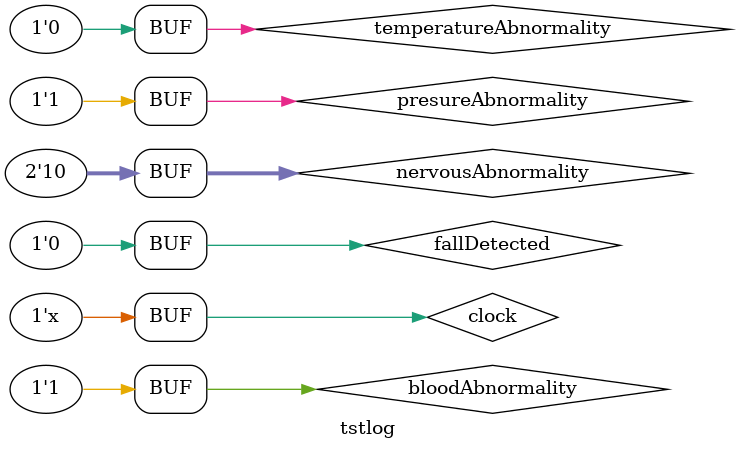
<source format=v>
`timescale 1ns / 1ps


module tstlog;

	// Inputs
	reg clock;
	reg presureAbnormality;
	reg bloodAbnormality;
	reg fallDetected;
	reg temperatureAbnormality;
	reg [1:0] nervousAbnormality;

	// Outputs
	wire [2:0] abnormaliryWarning;

	// Instantiate the Unit Under Test (UUT)
	LogicHealthcareSystemController uut (
		.clock(clock), 
		.presureAbnormality(presureAbnormality), 
		.bloodAbnormality(bloodAbnormality), 
		.fallDetected(fallDetected), 
		.temperatureAbnormality(temperatureAbnormality), 
		.nervousAbnormality(nervousAbnormality), 
		.abnormaliryWarning(abnormaliryWarning)
	);

	initial begin
		// Initialize Inputs
		clock = 0;
		
		presureAbnormality = 1;
		bloodAbnormality = 0;
		fallDetected = 0;
		temperatureAbnormality = 0;
		nervousAbnormality = 0;
		#60
		
		
		
			presureAbnormality = 1;
			#60
		bloodAbnormality = 0;
		#60
		fallDetected = 0;
		#60
		temperatureAbnormality = 1;
		#60
		nervousAbnormality = 0;
		
		#60
		
		
		
		
			presureAbnormality = 1;
		bloodAbnormality = 1;
		fallDetected = 0;
		temperatureAbnormality = 0;
		nervousAbnormality = 2;








		// Wait 100 ns for global reset to finish
		//#100;
        
		// Add stimulus here

	end
      always #30 clock =~clock;
endmodule


</source>
